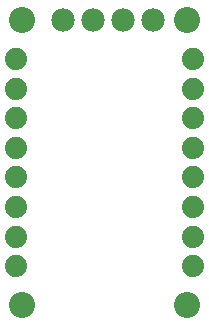
<source format=gbr>
G04 EAGLE Gerber RS-274X export*
G75*
%MOMM*%
%FSLAX34Y34*%
%LPD*%
%INSoldermask Bottom*%
%IPPOS*%
%AMOC8*
5,1,8,0,0,1.08239X$1,22.5*%
G01*
%ADD10C,2.203200*%
%ADD11C,1.879600*%
%ADD12C,1.981200*%


D10*
X-69850Y-120650D03*
X69850Y-120650D03*
X-69850Y120650D03*
X69850Y120650D03*
D11*
X75000Y87500D03*
X75000Y62500D03*
X75000Y37500D03*
X75000Y12500D03*
X75000Y-12500D03*
X75000Y-37500D03*
X75000Y-62500D03*
X75000Y-87500D03*
X-75000Y-87500D03*
X-75000Y-62500D03*
X-75000Y-37500D03*
X-75000Y-12500D03*
X-75000Y12500D03*
X-75000Y37500D03*
X-75000Y62500D03*
X-75000Y87500D03*
D12*
X-35560Y120650D03*
X-10160Y120650D03*
X15240Y120650D03*
X40640Y120650D03*
M02*

</source>
